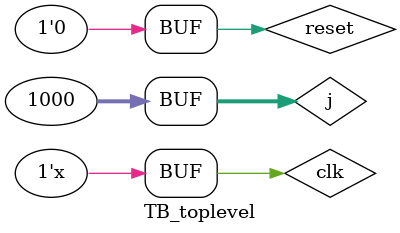
<source format=v>
module TB_toplevel();
	reg clk,reset;
	wire [3:0] Flags;
	wire [7:0] LR;
	toplevel DUT(clk,reset,Flags,LR);
	
	integer j;
	
	initial begin
		clk = 0;
		reset = 1; #22; reset = 0;
	end
	
	always @* begin
			for(j=0;j<1000;j=j+1) begin
				clk = clk ^ 1'b1;
				#5;
				//For now the frequency is too high but it's just for simulation
			end
	end
	
endmodule

</source>
